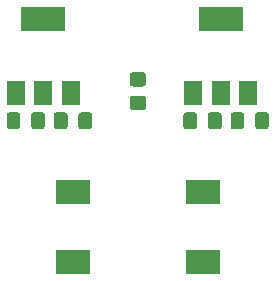
<source format=gtp>
%TF.GenerationSoftware,KiCad,Pcbnew,(5.1.9)-1*%
%TF.CreationDate,2021-04-18T11:45:05+05:30*%
%TF.ProjectId,dcSplitter,64635370-6c69-4747-9465-722e6b696361,rev?*%
%TF.SameCoordinates,Original*%
%TF.FileFunction,Paste,Top*%
%TF.FilePolarity,Positive*%
%FSLAX46Y46*%
G04 Gerber Fmt 4.6, Leading zero omitted, Abs format (unit mm)*
G04 Created by KiCad (PCBNEW (5.1.9)-1) date 2021-04-18 11:45:05*
%MOMM*%
%LPD*%
G01*
G04 APERTURE LIST*
%ADD10R,3.000000X2.000000*%
%ADD11R,3.800000X2.000000*%
%ADD12R,1.500000X2.000000*%
G04 APERTURE END LIST*
%TO.C,C1*%
G36*
G01*
X129450000Y-26975000D02*
X129450000Y-26025000D01*
G75*
G02*
X129700000Y-25775000I250000J0D01*
G01*
X130375000Y-25775000D01*
G75*
G02*
X130625000Y-26025000I0J-250000D01*
G01*
X130625000Y-26975000D01*
G75*
G02*
X130375000Y-27225000I-250000J0D01*
G01*
X129700000Y-27225000D01*
G75*
G02*
X129450000Y-26975000I0J250000D01*
G01*
G37*
G36*
G01*
X127375000Y-26975000D02*
X127375000Y-26025000D01*
G75*
G02*
X127625000Y-25775000I250000J0D01*
G01*
X128300000Y-25775000D01*
G75*
G02*
X128550000Y-26025000I0J-250000D01*
G01*
X128550000Y-26975000D01*
G75*
G02*
X128300000Y-27225000I-250000J0D01*
G01*
X127625000Y-27225000D01*
G75*
G02*
X127375000Y-26975000I0J250000D01*
G01*
G37*
%TD*%
%TO.C,C2*%
G36*
G01*
X145587500Y-26025000D02*
X145587500Y-26975000D01*
G75*
G02*
X145337500Y-27225000I-250000J0D01*
G01*
X144662500Y-27225000D01*
G75*
G02*
X144412500Y-26975000I0J250000D01*
G01*
X144412500Y-26025000D01*
G75*
G02*
X144662500Y-25775000I250000J0D01*
G01*
X145337500Y-25775000D01*
G75*
G02*
X145587500Y-26025000I0J-250000D01*
G01*
G37*
G36*
G01*
X143512500Y-26025000D02*
X143512500Y-26975000D01*
G75*
G02*
X143262500Y-27225000I-250000J0D01*
G01*
X142587500Y-27225000D01*
G75*
G02*
X142337500Y-26975000I0J250000D01*
G01*
X142337500Y-26025000D01*
G75*
G02*
X142587500Y-25775000I250000J0D01*
G01*
X143262500Y-25775000D01*
G75*
G02*
X143512500Y-26025000I0J-250000D01*
G01*
G37*
%TD*%
%TO.C,C3*%
G36*
G01*
X124550000Y-26025000D02*
X124550000Y-26975000D01*
G75*
G02*
X124300000Y-27225000I-250000J0D01*
G01*
X123625000Y-27225000D01*
G75*
G02*
X123375000Y-26975000I0J250000D01*
G01*
X123375000Y-26025000D01*
G75*
G02*
X123625000Y-25775000I250000J0D01*
G01*
X124300000Y-25775000D01*
G75*
G02*
X124550000Y-26025000I0J-250000D01*
G01*
G37*
G36*
G01*
X126625000Y-26025000D02*
X126625000Y-26975000D01*
G75*
G02*
X126375000Y-27225000I-250000J0D01*
G01*
X125700000Y-27225000D01*
G75*
G02*
X125450000Y-26975000I0J250000D01*
G01*
X125450000Y-26025000D01*
G75*
G02*
X125700000Y-25775000I250000J0D01*
G01*
X126375000Y-25775000D01*
G75*
G02*
X126625000Y-26025000I0J-250000D01*
G01*
G37*
%TD*%
%TO.C,C4*%
G36*
G01*
X141587500Y-26025000D02*
X141587500Y-26975000D01*
G75*
G02*
X141337500Y-27225000I-250000J0D01*
G01*
X140662500Y-27225000D01*
G75*
G02*
X140412500Y-26975000I0J250000D01*
G01*
X140412500Y-26025000D01*
G75*
G02*
X140662500Y-25775000I250000J0D01*
G01*
X141337500Y-25775000D01*
G75*
G02*
X141587500Y-26025000I0J-250000D01*
G01*
G37*
G36*
G01*
X139512500Y-26025000D02*
X139512500Y-26975000D01*
G75*
G02*
X139262500Y-27225000I-250000J0D01*
G01*
X138587500Y-27225000D01*
G75*
G02*
X138337500Y-26975000I0J250000D01*
G01*
X138337500Y-26025000D01*
G75*
G02*
X138587500Y-25775000I250000J0D01*
G01*
X139262500Y-25775000D01*
G75*
G02*
X139512500Y-26025000I0J-250000D01*
G01*
G37*
%TD*%
D10*
%TO.C,J1*%
X140000000Y-38500000D03*
X140000000Y-32500000D03*
X129000000Y-32500000D03*
X129000000Y-38500000D03*
%TD*%
%TO.C,R1*%
G36*
G01*
X134950001Y-25600000D02*
X134049999Y-25600000D01*
G75*
G02*
X133800000Y-25350001I0J249999D01*
G01*
X133800000Y-24649999D01*
G75*
G02*
X134049999Y-24400000I249999J0D01*
G01*
X134950001Y-24400000D01*
G75*
G02*
X135200000Y-24649999I0J-249999D01*
G01*
X135200000Y-25350001D01*
G75*
G02*
X134950001Y-25600000I-249999J0D01*
G01*
G37*
G36*
G01*
X134950001Y-23600000D02*
X134049999Y-23600000D01*
G75*
G02*
X133800000Y-23350001I0J249999D01*
G01*
X133800000Y-22649999D01*
G75*
G02*
X134049999Y-22400000I249999J0D01*
G01*
X134950001Y-22400000D01*
G75*
G02*
X135200000Y-22649999I0J-249999D01*
G01*
X135200000Y-23350001D01*
G75*
G02*
X134950001Y-23600000I-249999J0D01*
G01*
G37*
%TD*%
D11*
%TO.C,U1*%
X126500000Y-17850000D03*
D12*
X126500000Y-24150000D03*
X128800000Y-24150000D03*
X124200000Y-24150000D03*
%TD*%
%TO.C,U2*%
X139200000Y-24150000D03*
X143800000Y-24150000D03*
X141500000Y-24150000D03*
D11*
X141500000Y-17850000D03*
%TD*%
M02*

</source>
